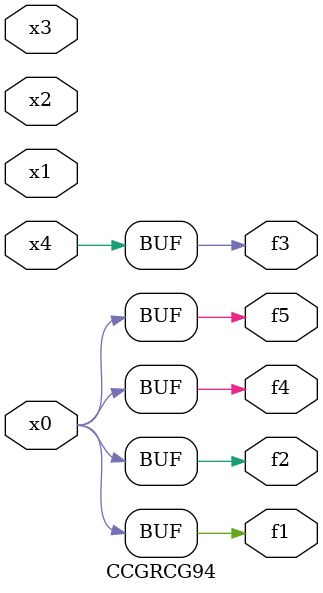
<source format=v>
module CCGRCG94(
	input x0, x1, x2, x3, x4,
	output f1, f2, f3, f4, f5
);
	assign f1 = x0;
	assign f2 = x0;
	assign f3 = x4;
	assign f4 = x0;
	assign f5 = x0;
endmodule

</source>
